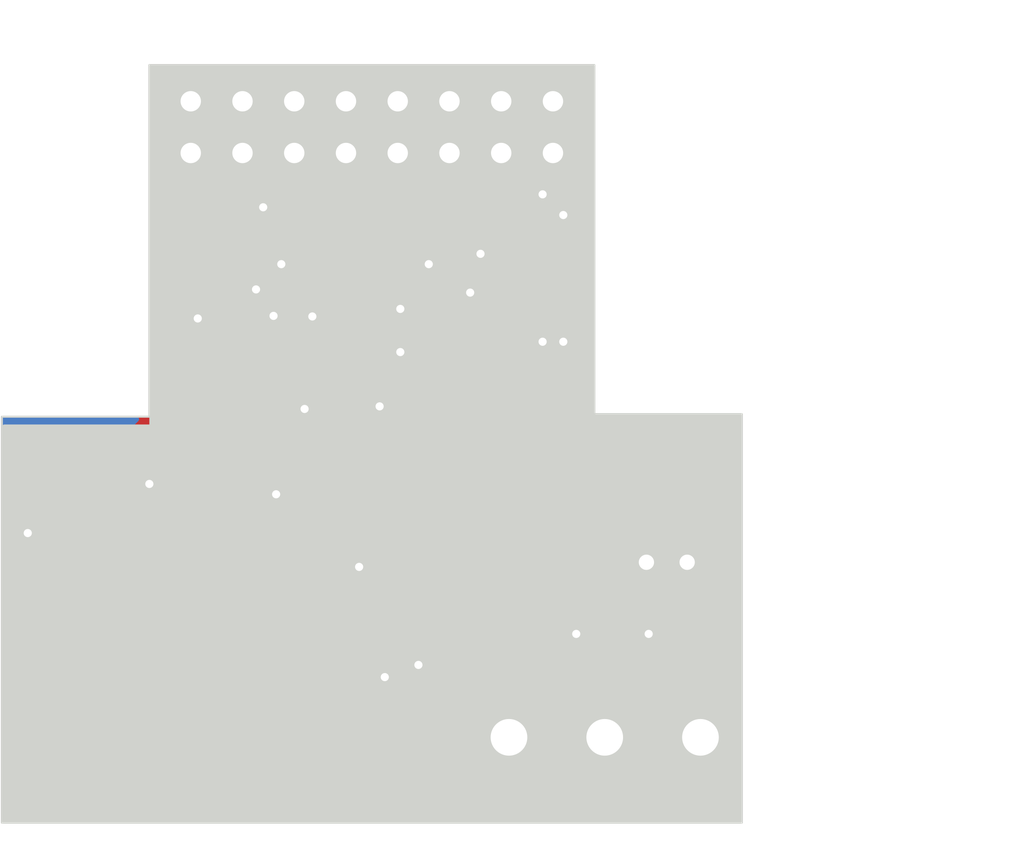
<source format=kicad_pcb>
(kicad_pcb (version 20240108) (generator "pcbnew") (generator_version "8.0")
  (layers (0 "F.Cu" signal) (31 "B.Cu" signal) (34 "B.Paste" user) (35 "F.Paste" user) (36 "B.SilkS" user "B.Silkscreen") (37 "F.SilkS" user "F.Silkscreen") (38 "B.Mask" user) (39 "F.Mask" user) (44 "Edge.Cuts" user))
  (net 0 "")
  (net 1 "+5V")
  (net 2 "+BATT")
  (net 3 "GND")
  (net 4 "Net-(D1-A)")
  (net 5 "/STAT")
  (net 6 "PWM4")
  (net 7 "Motor1_A")
  (net 8 "PWM1")
  (net 9 "BATT_ADC")
  (net 10 "Motor2_A")
  (net 11 "PWM3")
  (net 12 "Motor2_B")
  (net 13 "RESV")
  (net 14 "PWM2")
  (net 15 "Motor1_B")
  (net 16 "Net-(J2-Pin_1)")
  (net 17 "Net-(JP2-B)")
  (net 18 "Net-(JP5-B)")
  (net 19 "Net-(JP13-A)")
  (net 20 "Net-(JP8-B)")
  (net 21 "Net-(JP11-B)")
  (net 22 "Net-(U1-PROG)")
  (footprint "Capacitor_SMD:C_0402_1005Metric" (layer "F.Cu") (at 141.743 52.263 180)
    (property "Reference" "C3" (at 0 -1.16 180) (layer "F.SilkS"))
    (property "Value" "100nF")
    (pad "1" smd roundrect (at -0.48 0 180) (size 0.56 0.62) (layers "F.Cu" "F.Paste" "F.Mask") (net 2 "+BATT"))
    (pad "2" smd roundrect (at 0.48 0 180) (size 0.56 0.62) (layers "F.Cu" "F.Paste" "F.Mask") (net 3 "GND"))
  )
  (footprint "Resistor_SMD:R_0603_1608Metric" (layer "F.Cu") (at 148.019 60.579)
    (property "Reference" "R3" (at -2.4268 0.127 0) (layer "F.SilkS"))
    (property "Value" "6.8k")
    (pad "1" smd roundrect (at -0.825 0) (size 0.8 0.95) (layers "F.Cu" "F.Paste" "F.Mask") (net 3 "GND"))
    (pad "2" smd roundrect (at 0.825 0) (size 0.8 0.95) (layers "F.Cu" "F.Paste" "F.Mask") (net 22 "Net-(U1-PROG)"))
  )
  (footprint "TestPoint:TestPoint_Keystone_5019_Minature" (layer "F.Cu") (at 157.491 59.979)
    (property "Reference" "PWM2" (at 0 2.032 0) (layer "F.SilkS"))
    (property "Value" "TestPoint")
    (pad "1" smd rect (at 0 0) (size 3.8 2) (layers "F.Cu" "F.Paste" "F.Mask") (net 14 "PWM2"))
  )
  (footprint "TestPoint:TestPoint_Keystone_5019_Minature" (layer "F.Cu") (at 141.743 56.962)
    (property "Reference" "PWM3" (at 0 -2.25 0) (layer "F.SilkS"))
    (property "Value" "TestPoint")
    (pad "1" smd rect (at 0 0) (size 3.8 2) (layers "F.Cu" "F.Paste" "F.Mask") (net 11 "PWM3"))
  )
  (footprint "Resistor_SMD:R_0603_1608Metric" (layer "F.Cu") (at 154.6336 68.326)
    (property "Reference" "R8" (at 0 1.4732 0) (layer "F.SilkS"))
    (property "Value" "1.2k")
    (pad "1" smd roundrect (at -0.825 0) (size 0.8 0.95) (layers "F.Cu" "F.Paste" "F.Mask") (net 20 "Net-(JP8-B)"))
    (pad "2" smd roundrect (at 0.825 0) (size 0.8 0.95) (layers "F.Cu" "F.Paste" "F.Mask") (net 2 "+BATT"))
  )
  (footprint "Connector_JST:JST_PH_S2B-PH-K_1x02_P2.00mm_Horizontal" (layer "F.Cu") (at 165.084 65.315 180)
    (property "Reference" "J2" (at 5.445 0.037 180) (layer "F.SilkS"))
    (property "Value" "Conn_01x02_Pin")
    (pad "1" thru_hole roundrect (at 0 0 180) (size 1.2 1.75) (drill 0.75) (layers "*.Cu" "*.Mask") (roundrect_rratio 0.2083333333) (net 16 "Net-(J2-Pin_1)"))
    (pad "2" thru_hole oval (at 2 0 180) (size 1.2 1.75) (drill 0.75) (layers "*.Cu" "*.Mask") (net 3 "GND"))
  )
  (footprint "Jumper:SolderJumper-2_P1.3mm_Open_TrianglePad1.0x1.5mm" (layer "F.Cu") (at 151.5242 59.436 180)
    (property "Reference" "JP2" (at 0.0392 1.778 180) (layer "F.SilkS"))
    (property "Value" "Jumper_2_Open")
    (pad "1" smd custom (at -0.725 0 180) (size 0.3 0.3) (layers "F.Cu" "F.Mask") (net 3 "GND") (options (clearance outline) (anchor rect)) (primitives (gr_poly (pts (xy 1 0) (xy 0.5 0.75) (xy -0.5 0.75) (xy -0.5 -0.75) (xy 0.5 -0.75)) (width 0) (fill yes))))
    (pad "2" smd custom (at 0.725 0 180) (size 0.3 0.3) (layers "F.Cu" "F.Mask") (net 17 "Net-(JP2-B)") (options (clearance outline) (anchor rect)) (primitives (gr_poly (pts (xy 0.5 0.75) (xy -0.65 0.75) (xy -0.15 0) (xy -0.65 -0.75) (xy 0.5 -0.75)) (width 0) (fill yes))))
  )
  (footprint "Jumper:SolderJumper-2_P1.3mm_Bridged2Bar_RoundedPad1.0x1.5mm" (layer "F.Cu") (at 146.939 55.26 90)
    (property "Reference" "JP13" (at 0 -1.8 -90) (layer "F.SilkS"))
    (property "Value" "Jumper_2_Bridged")
    (fp_poly (pts (xy -0.25 -0.6) (xy 0.25 -0.6) (xy 0.25 -0.2) (xy -0.25 -0.2)) (fill solid) (layer "F.Cu"))
    (fp_poly (pts (xy -0.25 0.2) (xy 0.25 0.2) (xy 0.25 0.6) (xy -0.25 0.6)) (fill solid) (layer "F.Cu"))
    (pad "1" smd custom (at -0.65 0 90) (size 1 0.5) (layers "F.Cu" "F.Mask") (net 19 "Net-(JP13-A)") (options (clearance outline) (anchor rect)) (primitives (gr_circle (center 0 0.25) (end 0.5 0.25) (width 0) (fill yes)) (gr_circle (center 0 -0.25) (end 0.5 -0.25) (width 0) (fill yes)) (gr_poly (pts (xy 0.5 0.75) (xy 0 0.75) (xy 0 -0.75) (xy 0.5 -0.75)) (width 0) (fill yes))))
    (pad "2" smd custom (at 0.65 0 90) (size 1 0.5) (layers "F.Cu" "F.Mask") (net 4 "Net-(D1-A)") (options (clearance outline) (anchor rect)) (primitives (gr_circle (center 0 0.25) (end 0.5 0.25) (width 0) (fill yes)) (gr_circle (center 0 -0.25) (end 0.5 -0.25) (width 0) (fill yes)) (gr_poly (pts (xy 0 0.75) (xy -0.5 0.75) (xy -0.5 -0.75) (xy 0 -0.75)) (width 0) (fill yes))))
  )
  (footprint "Capacitor_SMD:C_0402_1005Metric" (layer "F.Cu") (at 157.336 52.263 180)
    (property "Reference" "C4" (at -0.028 -1.143 180) (layer "F.SilkS"))
    (property "Value" "100nF")
    (pad "1" smd roundrect (at -0.48 0 180) (size 0.56 0.62) (layers "F.Cu" "F.Paste" "F.Mask") (net 2 "+BATT"))
    (pad "2" smd roundrect (at 0.48 0 180) (size 0.56 0.62) (layers "F.Cu" "F.Paste" "F.Mask") (net 3 "GND"))
  )
  (footprint "Capacitor_SMD:C_0402_1005Metric" (layer "F.Cu") (at 149.363 55.946 180)
    (property "Reference" "C2" (at 0 -1.16 180) (layer "F.SilkS"))
    (property "Value" "4.7µF")
    (pad "1" smd roundrect (at -0.48 0 180) (size 0.56 0.62) (layers "F.Cu" "F.Paste" "F.Mask") (net 1 "+5V"))
    (pad "2" smd roundrect (at 0.48 0 180) (size 0.56 0.62) (layers "F.Cu" "F.Paste" "F.Mask") (net 3 "GND"))
  )
  (footprint "Jumper:SolderJumper-2_P1.3mm_Open_TrianglePad1.0x1.5mm" (layer "F.Cu") (at 151.5226 63.5)
    (property "Reference" "JP5" (at 2.921 0 0) (layer "F.SilkS"))
    (property "Value" "Jumper_2_Open")
    (pad "1" smd custom (at -0.725 0) (size 0.3 0.3) (layers "F.Cu" "F.Mask") (net 19 "Net-(JP13-A)") (options (clearance outline) (anchor rect)) (primitives (gr_poly (pts (xy 1 0) (xy 0.5 0.75) (xy -0.5 0.75) (xy -0.5 -0.75) (xy 0.5 -0.75)) (width 0) (fill yes))))
    (pad "2" smd custom (at 0.725 0) (size 0.3 0.3) (layers "F.Cu" "F.Mask") (net 18 "Net-(JP5-B)") (options (clearance outline) (anchor rect)) (primitives (gr_poly (pts (xy 0.5 0.75) (xy -0.65 0.75) (xy -0.15 0) (xy -0.65 -0.75) (xy 0.5 -0.75)) (width 0) (fill yes))))
  )
  (footprint "Resistor_SMD:R_0603_1608Metric" (layer "F.Cu") (at 148.1566 68.326)
    (property "Reference" "R11" (at 0 1.3716 0) (layer "F.SilkS"))
    (property "Value" "3k")
    (pad "1" smd roundrect (at -0.825 0) (size 0.8 0.95) (layers "F.Cu" "F.Paste" "F.Mask") (net 21 "Net-(JP11-B)"))
    (pad "2" smd roundrect (at 0.825 0) (size 0.8 0.95) (layers "F.Cu" "F.Paste" "F.Mask") (net 9 "BATT_ADC"))
  )
  (footprint "Package_SON:WSON-8-1EP_2x2mm_P0.5mm_EP0.9x1.6mm" (layer "F.Cu") (at 141.682 50.504)
    (property "Reference" "Motor_1" (at 0.38 -1.9 0) (layer "F.SilkS"))
    (property "Value" "DRV8837")
    (pad "1" smd roundrect (at -0.95 -0.75) (size 0.5 0.25) (layers "F.Cu" "F.Paste" "F.Mask") (net 2 "+BATT"))
    (pad "2" smd roundrect (at -0.95 -0.25) (size 0.5 0.25) (layers "F.Cu" "F.Paste" "F.Mask") (net 7 "Motor1_A"))
    (pad "3" smd roundrect (at -0.95 0.25) (size 0.5 0.25) (layers "F.Cu" "F.Paste" "F.Mask") (net 15 "Motor1_B"))
    (pad "4" smd roundrect (at -0.95 0.75) (size 0.5 0.25) (layers "F.Cu" "F.Paste" "F.Mask") (net 3 "GND"))
    (pad "5" smd roundrect (at 0.95 0.75) (size 0.5 0.25) (layers "F.Cu" "F.Paste" "F.Mask") (net 6 "PWM4"))
    (pad "6" smd roundrect (at 0.95 0.25) (size 0.5 0.25) (layers "F.Cu" "F.Paste" "F.Mask") (net 11 "PWM3"))
    (pad "7" smd roundrect (at 0.95 -0.25) (size 0.5 0.25) (layers "F.Cu" "F.Paste" "F.Mask") (net 2 "+BATT"))
    (pad "8" smd roundrect (at 0.95 -0.75) (size 0.5 0.25) (layers "F.Cu" "F.Paste" "F.Mask") (net 2 "+BATT"))
    (pad "9" smd rect (at 0 0) (size 0.9 1.6) (layers "F.Cu" "F.Mask") (net 3 "GND"))
  )
  (footprint "TestPoint:TestPoint_Keystone_5019_Minature" (layer "F.Cu") (at 135.382 73.406)
    (property "Reference" "Motor2_B1" (at 0 2.159 0) (layer "F.SilkS"))
    (property "Value" "TestPoint")
    (pad "1" smd rect (at 0 0) (size 3.8 2) (layers "F.Cu" "F.Paste" "F.Mask") (net 12 "Motor2_B"))
  )
  (footprint "Jumper:SolderJumper-2_P1.3mm_Open_TrianglePad1.0x1.5mm" (layer "F.Cu") (at 144.944 67.818)
    (property "Reference" "JP11" (at 0 -1.8 0) (layer "F.SilkS"))
    (property "Value" "Jumper_2_Open")
    (pad "1" smd custom (at -0.725 0) (size 0.3 0.3) (layers "F.Cu" "F.Mask") (net 3 "GND") (options (clearance outline) (anchor rect)) (primitives (gr_poly (pts (xy 1 0) (xy 0.5 0.75) (xy -0.5 0.75) (xy -0.5 -0.75) (xy 0.5 -0.75)) (width 0) (fill yes))))
    (pad "2" smd custom (at 0.725 0) (size 0.3 0.3) (layers "F.Cu" "F.Mask") (net 21 "Net-(JP11-B)") (options (clearance outline) (anchor rect)) (primitives (gr_poly (pts (xy 0.5 0.75) (xy -0.65 0.75) (xy -0.15 0) (xy -0.65 -0.75) (xy 0.5 -0.75)) (width 0) (fill yes))))
  )
  (footprint "Package_TO_SOT_SMD:SOT-23-5" (layer "F.Cu") (at 149.4845 51.054)
    (property "Reference" "U1" (at 0 -2.4 0) (layer "F.SilkS"))
    (property "Value" "MCP73831-2-OT")
    (pad "1" smd roundrect (at -1.1375 -0.95) (size 1.325 0.6) (layers "F.Cu" "F.Paste" "F.Mask") (net 5 "/STAT"))
    (pad "2" smd roundrect (at -1.1375 0) (size 1.325 0.6) (layers "F.Cu" "F.Paste" "F.Mask") (net 3 "GND"))
    (pad "3" smd roundrect (at -1.1375 0.95) (size 1.325 0.6) (layers "F.Cu" "F.Paste" "F.Mask") (net 2 "+BATT"))
    (pad "4" smd roundrect (at 1.1375 0.95) (size 1.325 0.6) (layers "F.Cu" "F.Paste" "F.Mask") (net 1 "+5V"))
    (pad "5" smd roundrect (at 1.1375 -0.95) (size 1.325 0.6) (layers "F.Cu" "F.Paste" "F.Mask") (net 22 "Net-(U1-PROG)"))
  )
  (footprint "Resistor_SMD:R_0603_1608Metric" (layer "F.Cu") (at 148.019 58.928 180)
    (property "Reference" "R2" (at 2.4268 0 180) (layer "F.SilkS"))
    (property "Value" "6.8k")
    (pad "1" smd roundrect (at -0.825 0 180) (size 0.8 0.95) (layers "F.Cu" "F.Paste" "F.Mask") (net 17 "Net-(JP2-B)"))
    (pad "2" smd roundrect (at 0.825 0 180) (size 0.8 0.95) (layers "F.Cu" "F.Paste" "F.Mask") (net 22 "Net-(U1-PROG)"))
  )
  (footprint "Jumper:SolderJumper-2_P1.3mm_Bridged2Bar_RoundedPad1.0x1.5mm" (layer "F.Cu") (at 165.735 68.834)
    (property "Reference" "JP1" (at -2.921 -0.254 360) (layer "F.SilkS"))
    (property "Value" "Jumper_2_Bridged")
    (fp_poly (pts (xy -0.25 -0.6) (xy 0.25 -0.6) (xy 0.25 -0.2) (xy -0.25 -0.2)) (fill solid) (layer "F.Cu"))
    (fp_poly (pts (xy -0.25 0.2) (xy 0.25 0.2) (xy 0.25 0.6) (xy -0.25 0.6)) (fill solid) (layer "F.Cu"))
    (pad "1" smd custom (at -0.65 0) (size 1 0.5) (layers "F.Cu" "F.Mask") (net 2 "+BATT") (options (clearance outline) (anchor rect)) (primitives (gr_circle (center 0 0.25) (end 0.5 0.25) (width 0) (fill yes)) (gr_circle (center 0 -0.25) (end 0.5 -0.25) (width 0) (fill yes)) (gr_poly (pts (xy 0.5 0.75) (xy 0 0.75) (xy 0 -0.75) (xy 0.5 -0.75)) (width 0) (fill yes))))
    (pad "2" smd custom (at 0.65 0) (size 1 0.5) (layers "F.Cu" "F.Mask") (net 2 "+BATT") (options (clearance outline) (anchor rect)) (primitives (gr_circle (center 0 0.25) (end 0.5 0.25) (width 0) (fill yes)) (gr_circle (center 0 -0.25) (end 0.5 -0.25) (width 0) (fill yes)) (gr_poly (pts (xy 0 0.75) (xy -0.5 0.75) (xy -0.5 -0.75) (xy 0 -0.75)) (width 0) (fill yes))))
  )
  (footprint "Resistor_SMD:R_0402_1005Metric" (layer "F.Cu") (at 147.918 64.008 180)
    (property "Reference" "R5" (at 2.032 -0.127 180) (layer "F.SilkS"))
    (property "Value" "470")
    (pad "1" smd roundrect (at -0.51 0 180) (size 0.54 0.64) (layers "F.Cu" "F.Paste" "F.Mask") (net 18 "Net-(JP5-B)"))
    (pad "2" smd roundrect (at 0.51 0 180) (size 0.54 0.64) (layers "F.Cu" "F.Paste" "F.Mask") (net 1 "+5V"))
  )
  (footprint "TestPoint:TestPoint_Keystone_5019_Minature" (layer "F.Cu") (at 141.743 59.883)
    (property "Reference" "PWM4" (at 0 2.159 0) (layer "F.SilkS"))
    (property "Value" "TestPoint")
    (pad "1" smd rect (at 0 0) (size 3.8 2) (layers "F.Cu" "F.Paste" "F.Mask") (net 6 "PWM4"))
  )
  (footprint "TestPoint:TestPoint_Keystone_5019_Minature" (layer "F.Cu") (at 135.382 70.231)
    (property "Reference" "Motor_2A1" (at 0 -2.159 0) (layer "F.SilkS"))
    (property "Value" "TestPoint")
    (pad "1" smd rect (at 0 0) (size 3.8 2) (layers "F.Cu" "F.Paste" "F.Mask") (net 10 "Motor2_A"))
  )
  (footprint "TestPoint:TestPoint_Keystone_5019_Minature" (layer "F.Cu") (at 157.491 56.962)
    (property "Reference" "PWM1" (at 0 -2.25 0) (layer "F.SilkS"))
    (property "Value" "TestPoint")
    (pad "1" smd rect (at 0 0) (size 3.8 2) (layers "F.Cu" "F.Paste" "F.Mask") (net 8 "PWM1"))
  )
  (footprint "TestPoint:TestPoint_Keystone_5019_Minature" (layer "F.Cu") (at 135.382 64.516 180)
    (property "Reference" "Motor_1B1" (at 0 -2.032 180) (layer "F.SilkS"))
    (property "Value" "TestPoint")
    (pad "1" smd rect (at 0 0 180) (size 3.8 2) (layers "F.Cu" "F.Paste" "F.Mask") (net 15 "Motor1_B"))
  )
  (footprint "Resistor_SMD:R_0402_1005Metric" (layer "F.Cu") (at 147.918 62.738 180)
    (property "Reference" "R4" (at 2.032 0 180) (layer "F.SilkS"))
    (property "Value" "470")
    (pad "1" smd roundrect (at -0.51 0 180) (size 0.54 0.64) (layers "F.Cu" "F.Paste" "F.Mask") (net 19 "Net-(JP13-A)"))
    (pad "2" smd roundrect (at 0.51 0 180) (size 0.54 0.64) (layers "F.Cu" "F.Paste" "F.Mask") (net 1 "+5V"))
  )
  (footprint "Resistor_SMD:R_0603_1608Metric" (layer "F.Cu") (at 154.6336 66.8528)
    (property "Reference" "R7" (at 0 -1.43 0) (layer "F.SilkS"))
    (property "Value" "1.2k")
    (pad "1" smd roundrect (at -0.825 0) (size 0.8 0.95) (layers "F.Cu" "F.Paste" "F.Mask") (net 9 "BATT_ADC"))
    (pad "2" smd roundrect (at 0.825 0) (size 0.8 0.95) (layers "F.Cu" "F.Paste" "F.Mask") (net 2 "+BATT"))
  )
  (footprint "Custom Footprints:SW-TH_SS-12D10L5" (layer "F.Cu") (at 161.037 73.914)
    (property "Reference" "SW1" (at 0.253 -4.064 0) (layer "F.SilkS"))
    (property "Value" "SW_SPDT_312")
    (pad "1" thru_hole circle (at -4.7 0) (size 2.5 2.5) (drill 1.8) (layers "*.Cu" "*.Mask") (net 16 "Net-(J2-Pin_1)"))
    (pad "2" thru_hole circle (at 0 0) (size 2.5 2.5) (drill 1.8) (layers "*.Cu" "*.Mask") (net 3 "GND"))
    (pad "3" thru_hole circle (at 4.7 0) (size 2.5 2.5) (drill 1.8) (layers "*.Cu" "*.Mask") (net 2 "+BATT"))
  )
  (footprint "Capacitor_SMD:C_0402_1005Metric" (layer "F.Cu") (at 149.363 54.803)
    (property "Reference" "C1" (at 0 -1.16 0) (layer "F.SilkS"))
    (property "Value" "4.7µF")
    (pad "1" smd roundrect (at -0.48 0) (size 0.56 0.62) (layers "F.Cu" "F.Paste" "F.Mask") (net 2 "+BATT"))
    (pad "2" smd roundrect (at 0.48 0) (size 0.56 0.62) (layers "F.Cu" "F.Paste" "F.Mask") (net 3 "GND"))
  )
  (footprint "TestPoint:TestPoint_Keystone_5019_Minature" (layer "F.Cu") (at 142.24 73.66)
    (property "Reference" "GND1" (at 0 2.286 0) (layer "F.SilkS"))
    (property "Value" "TestPoint")
    (pad "1" smd rect (at 0 0) (size 3.8 2) (layers "F.Cu" "F.Paste" "F.Mask") (net 3 "GND"))
  )
  (footprint "Jumper:SolderJumper-2_P1.3mm_Open_TrianglePad1.0x1.5mm" (layer "F.Cu") (at 151.421 67.818)
    (property "Reference" "JP8" (at 0 -1.8 0) (layer "F.SilkS"))
    (property "Value" "Jumper_2_Open")
    (pad "1" smd custom (at -0.725 0) (size 0.3 0.3) (layers "F.Cu" "F.Mask") (net 9 "BATT_ADC") (options (clearance outline) (anchor rect)) (primitives (gr_poly (pts (xy 1 0) (xy 0.5 0.75) (xy -0.5 0.75) (xy -0.5 -0.75) (xy 0.5 -0.75)) (width 0) (fill yes))))
    (pad "2" smd custom (at 0.725 0) (size 0.3 0.3) (layers "F.Cu" "F.Mask") (net 20 "Net-(JP8-B)") (options (clearance outline) (anchor rect)) (primitives (gr_poly (pts (xy 0.5 0.75) (xy -0.65 0.75) (xy -0.15 0) (xy -0.65 -0.75) (xy 0.5 -0.75)) (width 0) (fill yes))))
  )
  (footprint "TestPoint:TestPoint_Keystone_5019_Minature" (layer "F.Cu") (at 141.351 64.389)
    (property "Reference" "+5V1" (at -0.254 2.286 0) (layer "F.SilkS"))
    (property "Value" "TestPoint")
    (pad "1" smd rect (at 0 0) (size 3.8 2) (layers "F.Cu" "F.Paste" "F.Mask") (net 1 "+5V"))
  )
  (footprint "Resistor_SMD:R_0603_1608Metric" (layer "F.Cu") (at 148.1566 66.8528)
    (property "Reference" "R10" (at 0 -1.43 0) (layer "F.SilkS"))
    (property "Value" "3k")
    (pad "1" smd roundrect (at -0.825 0) (size 0.8 0.95) (layers "F.Cu" "F.Paste" "F.Mask") (net 3 "GND"))
    (pad "2" smd roundrect (at 0.825 0) (size 0.8 0.95) (layers "F.Cu" "F.Paste" "F.Mask") (net 9 "BATT_ADC"))
  )
  (footprint "Package_SON:WSON-8-1EP_2x2mm_P0.5mm_EP0.9x1.6mm" (layer "F.Cu") (at 157.237 50.504)
    (property "Reference" "Motor_2" (at 0.38 -1.9 0) (layer "F.SilkS"))
    (property "Value" "DRV8837")
    (pad "1" smd roundrect (at -0.95 -0.75) (size 0.5 0.25) (layers "F.Cu" "F.Paste" "F.Mask") (net 2 "+BATT"))
    (pad "2" smd roundrect (at -0.95 -0.25) (size 0.5 0.25) (layers "F.Cu" "F.Paste" "F.Mask") (net 10 "Motor2_A"))
    (pad "3" smd roundrect (at -0.95 0.25) (size 0.5 0.25) (layers "F.Cu" "F.Paste" "F.Mask") (net 12 "Motor2_B"))
    (pad "4" smd roundrect (at -0.95 0.75) (size 0.5 0.25) (layers "F.Cu" "F.Paste" "F.Mask") (net 3 "GND"))
    (pad "5" smd roundrect (at 0.95 0.75) (size 0.5 0.25) (layers "F.Cu" "F.Paste" "F.Mask") (net 14 "PWM2"))
    (pad "6" smd roundrect (at 0.95 0.25) (size 0.5 0.25) (layers "F.Cu" "F.Paste" "F.Mask") (net 8 "PWM1"))
    (pad "7" smd roundrect (at 0.95 -0.25) (size 0.5 0.25) (layers "F.Cu" "F.Paste" "F.Mask") (net 2 "+BATT"))
    (pad "8" smd roundrect (at 0.95 -0.75) (size 0.5 0.25) (layers "F.Cu" "F.Paste" "F.Mask") (net 2 "+BATT"))
    (pad "9" smd rect (at 0 0) (size 0.9 1.6) (layers "F.Cu" "F.Mask") (net 3 "GND"))
  )
  (footprint "TestPoint:TestPoint_Keystone_5019_Minature" (layer "F.Cu") (at 149.606 73.66)
    (property "Reference" "+BATT1" (at -0.127 2.413 0) (layer "F.SilkS"))
    (property "Value" "TestPoint")
    (pad "1" smd rect (at 0 0) (size 3.8 2) (layers "F.Cu" "F.Paste" "F.Mask") (net 2 "+BATT"))
  )
  (footprint "LED_SMD:LED_0603_1608Metric" (layer "F.Cu") (at 146.431 50.0635 -90)
    (property "Reference" "D1" (at -0.3405 1.5185 90) (layer "F.SilkS"))
    (property "Value" "LED")
    (pad "1" smd roundrect (at -0.7875 0 270) (size 0.875 0.95) (layers "F.Cu" "F.Paste" "F.Mask") (net 5 "/STAT"))
    (pad "2" smd roundrect (at 0.7875 0 270) (size 0.875 0.95) (layers "F.Cu" "F.Paste" "F.Mask") (net 4 "Net-(D1-A)"))
  )
  (footprint "TestPoint:TestPoint_Keystone_5019_Minature" (layer "F.Cu") (at 135.382 61.595 180)
    (property "Reference" "Motor_1A1" (at 0 2.032 180) (layer "F.SilkS"))
    (property "Value" "TestPoint")
    (pad "1" smd rect (at 0 0 180) (size 3.8 2) (layers "F.Cu" "F.Paste" "F.Mask") (net 7 "Motor1_A"))
  )
  (footprint "Connector_PinHeader_2.54mm:PinHeader_2x08_P2.54mm_Vertical" (layer "B.Cu") (at 158.496 45.212 90)
    (property "Reference" "J1" (at -1.905 -9.017 180) (layer "F.SilkS"))
    (property "Value" "Conn_01x16_Pin")
    (pad "1" thru_hole rect (at 0 0 90) (size 1.7 1.7) (drill 1) (layers "*.Cu" "*.Mask") (net 10 "Motor2_A"))
    (pad "2" thru_hole oval (at 2.54 0 90) (size 1.7 1.7) (drill 1) (layers "*.Cu" "*.Mask") (net 8 "PWM1"))
    (pad "3" thru_hole oval (at 0 -2.54 90) (size 1.7 1.7) (drill 1) (layers "*.Cu" "*.Mask") (net 12 "Motor2_B"))
    (pad "4" thru_hole oval (at 2.54 -2.54 90) (size 1.7 1.7) (drill 1) (layers "*.Cu" "*.Mask") (net 14 "PWM2"))
    (pad "5" thru_hole oval (at 0 -5.08 90) (size 1.7 1.7) (drill 1) (layers "*.Cu" "*.Mask") (net 3 "GND"))
    (pad "6" thru_hole oval (at 2.54 -5.08 90) (size 1.7 1.7) (drill 1) (layers "*.Cu" "*.Mask") (net 3 "GND"))
    (pad "7" thru_hole oval (at 0 -7.62 90) (size 1.7 1.7) (drill 1) (layers "*.Cu" "*.Mask") (net 2 "+BATT"))
    (pad "8" thru_hole oval (at 2.54 -7.62 90) (size 1.7 1.7) (drill 1) (layers "*.Cu" "*.Mask") (net 2 "+BATT"))
    (pad "9" thru_hole oval (at 0 -10.16 90) (size 1.7 1.7) (drill 1) (layers "*.Cu" "*.Mask") (net 13 "RESV"))
    (pad "10" thru_hole oval (at 2.54 -10.16 90) (size 1.7 1.7) (drill 1) (layers "*.Cu" "*.Mask") (net 9 "BATT_ADC"))
    (pad "11" thru_hole oval (at 0 -12.7 90) (size 1.7 1.7) (drill 1) (layers "*.Cu" "*.Mask") (net 1 "+5V"))
    (pad "12" thru_hole oval (at 2.54 -12.7 90) (size 1.7 1.7) (drill 1) (layers "*.Cu" "*.Mask") (net 1 "+5V"))
    (pad "13" thru_hole oval (at 0 -15.24 90) (size 1.7 1.7) (drill 1) (layers "*.Cu" "*.Mask") (net 7 "Motor1_A"))
    (pad "14" thru_hole oval (at 2.54 -15.24 90) (size 1.7 1.7) (drill 1) (layers "*.Cu" "*.Mask") (net 11 "PWM3"))
    (pad "15" thru_hole oval (at 0 -17.78 90) (size 1.7 1.7) (drill 1) (layers "*.Cu" "*.Mask") (net 15 "Motor1_B"))
    (pad "16" thru_hole oval (at 2.54 -17.78 90) (size 1.7 1.7) (drill 1) (layers "*.Cu" "*.Mask") (net 6 "PWM4"))
  )
  (gr_poly (pts (xy 138.684 40.894) (xy 160.528 40.894) (xy 160.528 58.039) (xy 167.767 58.039) (xy 167.767 78.105) (xy 131.445 78.105) (xy 131.445 58.166) (xy 138.684 58.166)) (stroke (width 0.1)) (fill none) (layer "Edge.Cuts"))
  (segment (start 148.463 47.879) (end 145.796 45.212) (width 0.5) (layer "F.Cu") (net 1))
  (segment (start 145.796 42.672) (end 145.796 45.212) (width 0.5) (layer "F.Cu") (net 1))
  (segment (start 150.622 52.004) (end 152.593 52.004) (width 0.5) (layer "F.Cu") (net 1))
  (segment (start 147.066 57.023) (end 146.304 57.785) (width 0.5) (layer "F.Cu") (net 1))
  (segment (start 149.843 55.946) (end 150.048 55.946) (width 0.5) (layer "F.Cu") (net 1))
  (segment (start 151.003 52.871) (end 151.003 52.385) (width 0.5) (layer "F.Cu") (net 1))
  (segment (start 150.048 55.946) (end 151.003 54.991) (width 0.5) (layer "F.Cu") (net 1))
  (segment (start 141.732 64.008) (end 141.351 64.389) (width 0.5) (layer "F.Cu") (net 1))
  (segment (start 144.907 61.976) (end 144.907 64.008) (width 0.5) (layer "F.Cu") (net 1))
  (segment (start 149.843 56.255999) (end 149.075999 57.023) (width 0.5) (layer "F.Cu") (net 1))
  (segment (start 149.843 55.946) (end 149.843 56.255999) (width 0.5) (layer "F.Cu") (net 1))
  (segment (start 147.408 64.008) (end 144.907 64.008) (width 0.5) (layer "F.Cu") (net 1))
  (segment (start 153.543 49.276) (end 152.146 47.879) (width 0.5) (layer "F.Cu") (net 1))
  (segment (start 144.907 64.008) (end 141.732 64.008) (width 0.5) (layer "F.Cu") (net 1))
  (segment (start 145.796 42.672) (end 145.542 42.926) (width 0.5) (layer "F.Cu") (net 1))
  (segment (start 153.543 51.054) (end 153.543 49.276) (width 0.5) (layer "F.Cu") (net 1))
  (segment (start 152.593 52.004) (end 153.543 51.054) (width 0.5) (layer "F.Cu") (net 1))
  (segment (start 149.075999 57.023) (end 147.066 57.023) (width 0.5) (layer "F.Cu") (net 1))
  (segment (start 152.146 47.879) (end 148.463 47.879) (width 0.5) (layer "F.Cu") (net 1))
  (segment (start 147.408 62.738) (end 147.408 64.008) (width 0.5) (layer "F.Cu") (net 1))
  (segment (start 151.003 52.385) (end 150.622 52.004) (width 0.5) (layer "F.Cu") (net 1))
  (via (at 146.304 57.785) (size 0.8) (drill 0.4) (layers "F.Cu" "B.Cu") (net 1))
  (via (at 144.907 61.976) (size 0.8) (drill 0.4) (layers "F.Cu" "B.Cu") (net 1))
  (via (at 151.003 54.991) (size 0.8) (drill 0.4) (layers "F.Cu" "B.Cu") (net 1))
  (via (at 151.003 52.871) (size 0.8) (drill 0.4) (layers "F.Cu" "B.Cu") (net 1))
  (segment (start 146.304 57.785) (end 146.304 60.579) (width 0.5) (layer "B.Cu") (net 1))
  (segment (start 151.003 54.991) (end 151.003 52.871) (width 0.5) (layer "B.Cu") (net 1))
  (segment (start 146.304 60.579) (end 144.907 61.976) (width 0.5) (layer "B.Cu") (net 1))
  (segment (start 144.77055 52.18755) (end 144.974909 52.391909) (width 0.5) (layer "F.Cu") (net 2))
  (segment (start 142.632 49.644) (end 142.632 49.754) (width 0.25) (layer "F.Cu") (net 2))
  (segment (start 140.907 49.379) (end 142.367 49.379) (width 0.25) (layer "F.Cu") (net 2))
  (segment (start 144.974909 52.391909) (end 145.601091 52.391909) (width 0.5) (layer "F.Cu") (net 2))
  (segment (start 165.085 68.834) (end 163.195 68.834) (width 0.5) (layer "F.Cu") (net 2))
  (segment (start 154.305 55.245) (end 154.051 54.991) (width 0.5) (layer "F.Cu") (net 2))
  (segment (start 142.223 52.572999) (end 142.223 52.263) (width 0.25) (layer "F.Cu") (net 2))
  (segment (start 148.883 54.493001) (end 148.883 54.803) (width 0.5) (layer "F.Cu") (net 2))
  (segment (start 165.737 73.914) (end 166.435 73.216) (width 0.5) (layer "F.Cu") (net 2))
  (segment (start 143.472 50.254) (end 143.51 50.292) (width 0.25) (layer "F.Cu") (net 2))
  (segment (start 154.178 55.372) (end 154.305 55.245) (width 0.5) (layer "F.Cu") (net 2))
  (segment (start 140.732 49.754) (end 140.732 49.554) (width 0.25) (layer "F.Cu") (net 2))
  (segment (start 157.816 52.601518) (end 157.816 52.263) (width 0.5) (layer "F.Cu") (net 2))
  (segment (start 159.639 68.834) (end 155.9666 68.834) (width 0.5) (layer "F.Cu") (net 2))
  (segment (start 165.085 73.262) (end 165.737 73.914) (width 0.5) (layer "F.Cu") (net 2))
  (segment (start 156.587 49.254) (end 154.918 49.254) (width 0.5) (layer "F.Cu") (net 2))
  (segment (start 157.988 54.483) (end 157.988 53.594) (width 0.5) (layer "F.Cu") (net 2))
  (segment (start 155.9666 68.834) (end 155.4586 68.326) (width 0.5) (layer "F.Cu") (net 2))
  (segment (start 158.187 49.754) (end 158.187 50.179) (width 0.5) (layer "F.Cu") (net 2))
  (segment (start 158.187 49.754) (end 158.187 49.554) (width 0.5) (layer "F.Cu") (net 2))
  (segment (start 149.655001 53.721) (end 149.655001 53.312001) (width 0.5) (layer "F.Cu") (net 2))
  (segment (start 156.287 49.554) (end 156.287 49.679) (width 0.5) (layer "F.Cu") (net 2))
  (segment (start 157.887 49.254) (end 157.099 49.254) (width 0.5) (layer "F.Cu") (net 2))
  (segment (start 145.601091 52.391909) (end 147.125091 52.391909) (width 0.5) (layer "F.Cu") (net 2))
  (segment (start 158.187 49.554) (end 157.887 49.254) (width 0.5) (layer "F.Cu") (net 2))
  (segment (start 144.77055 51.55255) (end 144.77055 52.18755) (width 0.5) (layer "F.Cu") (net 2))
  (segment (start 155.4586 68.326) (end 155.4586 66.8528) (width 0.5) (layer "F.Cu") (net 2))
  (segment (start 157.988 53.594) (end 157.405759 53.011759) (width 0.5) (layer "F.Cu") (net 2))
  (segment (start 156.587 49.254) (end 156.287 49.554) (width 0.5) (layer "F.Cu") (net 2))
  (segment (start 155.4586 66.8528) (end 155.4586 63.5106) (width 0.5) (layer "F.Cu") (net 2))
  (segment (start 149.655001 53.312001) (end 148.347 52.004) (width 0.5) (layer "F.Cu") (net 2))
  (segment (start 157.099 49.254) (end 156.587 49.254) (width 0.5) (layer "F.Cu") (net 2))
  (segment (start 155.4586 68.326) (end 150.1246 73.66) (width 0.5) (layer "F.Cu") (net 2))
  (segment (start 141.06 53.34) (end 141.455999 53.34) (width 0.25) (layer "F.Cu") (net 2))
  (segment (start 150.876 42.672) (end 150.876 45.212) (width 0.5) (layer "F.Cu") (net 2))
  (segment (start 144.78 53.213) (end 145.601091 52.391909) (width 0.25) (layer "F.Cu") (net 2))
  (segment (start 147.513 52.004) (end 148.347 52.004) (width 0.5) (layer "F.Cu") (net 2))
  (segment (start 155.4586 63.5106) (end 154.178 62.23) (width 0.5) (layer "F.Cu") (net 2))
  (segment (start 140.732 49.554) (end 140.907 49.379) (width 0.25) (layer "F.Cu") (net 2))
  (segment (start 150.1246 73.66) (end 149.606 73.66) (width 0.5) (layer "F.Cu") (net 2))
  (segment (start 154.305 55.245) (end 155.448 54.102) (width 0.5) (layer "F.Cu") (net 2))
  (segment (start 154.051 54.991) (end 152.781 54.991) (width 0.5) (layer "F.Cu") (net 2))
  (segment (start 157.099 48.133) (end 157.988 47.244) (width 0.5) (layer "F.Cu") (net 2))
  (segment (start 142.632 49.754) (end 142.632 50.254) (width 0.25) (layer "F.Cu") (net 2))
  (segment (start 142.632 50.254) (end 143.472 50.254) (width 0.25) (layer "F.Cu") (net 2))
  (segment (start 154.918 49.254) (end 150.876 45.212) (width 0.5) (layer "F.Cu") (net 2))
  (segment (start 156.315518 54.102) (end 157.405759 53.011759) (width 0.5) (layer "F.Cu") (net 2))
  (segment (start 157.405759 53.011759) (end 157.816 52.601518) (width 0.5) (layer "F.Cu") (net 2))
  (segment (start 142.367 49.379) (end 142.632 49.644) (width 0.25) (layer "F.Cu") (net 2))
  (segment (start 166.385 68.834) (end 165.085 68.834) (width 0.5) (layer "F.Cu") (net 2))
  (segment (start 166.435 73.216) (end 166.435 68.847604) (width 0.5) (layer "F.Cu") (net 2))
  (segment (start 147.125091 52.391909) (end 147.513 52.004) (width 0.5) (layer "F.Cu") (net 2))
  (segment (start 149.655001 53.721) (end 148.883 54.493001) (width 0.5) (layer "F.Cu") (net 2))
  (segment (start 155.448 54.102) (end 156.315518 54.102) (width 0.5) (layer "F.Cu") (net 2))
  (segment (start 152.781 54.991) (end 151.511 53.721) (width 0.5) (layer "F.Cu") (net 2))
  (segment (start 157.099 49.254) (end 157.099 48.133) (width 0.5) (layer "F.Cu") (net 2))
  (segment (start 143.51 50.292) (end 144.77055 51.55255) (width 0.5) (layer "F.Cu") (net 2))
  (segment (start 154.178 62.23) (end 154.178 55.372) (width 0.5) (layer "F.Cu") (net 2))
  (segment (start 141.455999 53.34) (end 142.223 52.572999) (width 0.25) (layer "F.Cu") (net 2))
  (segment (start 151.511 53.721) (end 149.655001 53.721) (width 0.5) (layer "F.Cu") (net 2))
  (via (at 144.78 53.213) (size 0.8) (drill 0.4) (layers "F.Cu" "B.Cu") (net 2))
  (via (at 163.195 68.834) (size 0.8) (drill 0.4) (layers "F.Cu" "B.Cu") (net 2))
  (via (at 141.06 53.34) (size 0.8) (drill 0.4) (layers "F.Cu" "B.Cu") (net 2))
  (via (at 157.988 54.483) (size 0.8) (drill 0.4) (layers "F.Cu" "B.Cu") (net 2))
  (via (at 157.988 47.244) (size 0.8) (drill 0.4) (layers "F.Cu" "B.Cu") (net 2))
  (via (at 159.639 68.834) (size 0.8) (drill 0.4) (layers "F.Cu" "B.Cu") (net 2))
  (segment (start 141.227907 53.172093) (end 144.739093 53.172093) (width 0.25) (layer "B.Cu") (net 2))
  (segment (start 159.190082 47.244) (end 159.893 47.946918) (width 0.5) (layer "B.Cu") (net 2))
  (segment (start 159.893 47.946918) (end 159.893 52.451) (width 0.5) (layer "B.Cu") (net 2))
  (segment (start 158.584 55.333) (end 157.988 54.737) (width 0.5) (layer "B.Cu") (net 2))
  (segment (start 159.893 52.451) (end 159.893 54.796082) (width 0.5) (layer "B.Cu") (net 2))
  (segment (start 163.195 68.834) (end 159.639 68.834) (width 0.5) (layer "B.Cu") (net 2))
  (segment (start 157.988 47.244) (end 159.190082 47.244) (width 0.5) (layer "B.Cu") (net 2))
  (segment (start 159.356082 55.333) (end 158.584 55.333) (width 0.5) (layer "B.Cu") (net 2))
  (segment (start 157.988 54.737) (end 157.988 54.483) (width 0.5) (layer "B.Cu") (net 2))
  (segment (start 159.893 54.796082) (end 159.356082 55.333) (width 0.5) (layer "B.Cu") (net 2))
  (segment (start 141.06 53.34) (end 141.227907 53.172093) (width 0.25) (layer "B.Cu") (net 2))
  (segment (start 144.739093 53.172093) (end 144.78 53.213) (width 0.25) (layer "B.Cu") (net 2))
  (segment (start 146.253 50.673) (end 146.431 50.851) (width 0.5) (layer "F.Cu") (net 4))
  (segment (start 146.939 53.495909) (end 146.685 53.241909) (width 0.5) (layer "F.Cu") (net 4))
  (segment (start 146.939 54.61) (end 146.939 53.495909) (width 0.5) (layer "F.Cu") (net 4))
  (segment (start 145.161 50.673) (end 146.253 50.673) (width 0.5) (layer "F.Cu") (net 4))
  (via (at 146.685 53.241909) (size 0.8) (drill 0.4) (layers "F.Cu" "B.Cu") (net 4))
  (via (at 145.161 50.673) (size 0.8) (drill 0.4) (layers "F.Cu" "B.Cu") (net 4))
  (segment (start 146.685 52.197) (end 145.161 50.673) (width 0.5) (layer "B.Cu") (net 4))
  (segment (start 146.685 53.241909) (end 146.685 52.197) (width 0.5) (layer "B.Cu") (net 4))
  (segment (start 146.431 49.276) (end 147.519 49.276) (width 0.5) (layer "F.Cu") (net 5))
  (segment (start 147.519 49.276) (end 148.347 50.104) (width 0.5) (layer "F.Cu") (net 5))
  (segment (start 140.843 59.883) (end 141.743 59.883) (width 0.25) (layer "F.Cu") (net 6))
  (segment (start 139.573 54.864) (end 139.446 54.991) (width 0.25) (layer "F.Cu") (net 6))
  (segment (start 142.828 53.006) (end 140.97 54.864) (width 0.25) (layer "F.Cu") (net 6))
  (segment (start 142.828 51.45) (end 142.828 53.006) (width 0.25) (layer "F.Cu") (net 6))
  (segment (start 139.446 54.991) (end 139.446 58.486) (width 0.25) (layer "F.Cu") (net 6))
  (segment (start 140.97 54.864) (end 139.573 54.864) (width 0.25) (layer "F.Cu") (net 6))
  (segment (start 139.257 54.548) (end 139.573 54.864) (width 0.25) (layer "F.Cu") (net 6))
  (segment (start 139.257 44.131) (end 139.257 54.548) (width 0.25) (layer "F.Cu") (net 6))
  (segment (start 139.446 58.486) (end 140.843 59.883) (width 0.25) (layer "F.Cu") (net 6))
  (segment (start 140.716 42.672) (end 139.257 44.131) (width 0.25) (layer "F.Cu") (net 6))
  (segment (start 142.632 51.254) (end 142.828 51.45) (width 0.25) (layer "F.Cu") (net 6))
  (segment (start 140.157 48.311) (end 140.157 50.241) (width 0.25) (layer "F.Cu") (net 7))
  (segment (start 140.17 50.254) (end 140.732 50.254) (width 0.25) (layer "F.Cu") (net 7))
  (segment (start 138.557 61.595) (end 135.382 61.595) (width 0.25) (layer "F.Cu") (net 7))
  (segment (start 138.684 61.468) (end 138.557 61.595) (width 0.25) (layer "F.Cu") (net 7))
  (segment (start 140.157 50.241) (end 140.17 50.254) (width 0.25) (layer "F.Cu") (net 7))
  (segment (start 143.256 45.212) (end 140.157 48.311) (width 0.25) (layer "F.Cu") (net 7))
  (via (at 138.684 61.468) (size 0.8) (drill 0.4) (layers "F.Cu" "B.Cu") (net 7))
  (segment (start 143.256 45.212) (end 140.335 48.133) (width 0.25) (layer "B.Cu") (net 7))
  (segment (start 140.335 59.817) (end 138.684 61.468) (width 0.25) (layer "B.Cu") (net 7))
  (segment (start 140.335 48.133) (end 140.335 59.817) (width 0.25) (layer "B.Cu") (net 7))
  (segment (start 158.496 42.672) (end 159.671 43.847) (width 0.25) (layer "F.Cu") (net 8))
  (segment (start 159.671 48.26) (end 159.385 48.26) (width 0.25) (layer "F.Cu") (net 8))
  (segment (start 159.004 54.483) (end 159.004 55.449) (width 0.25) (layer "F.Cu") (net 8))
  (segment (start 159.671 49.56974) (end 158.48674 50.754) (width 0.25) (layer "F.Cu") (net 8))
  (segment (start 158.48674 50.754) (end 158.187 50.754) (width 0.25) (layer "F.Cu") (net 8))
  (segment (start 159.671 48.26) (end 159.671 49.56974) (width 0.25) (layer "F.Cu") (net 8))
  (segment (start 159.671 43.847) (end 159.671 48.26) (width 0.25) (layer "F.Cu") (net 8))
  (segment (start 159.004 55.449) (end 157.491 56.962) (width 0.25) (layer "F.Cu") (net 8))
  (segment (start 159.385 48.26) (end 159.004 48.26) (width 0.25) (layer "F.Cu") (net 8))
  (via (at 159.004 54.483) (size 0.8) (drill 0.4) (layers "F.Cu" "B.Cu") (net 8))
  (via (at 159.004 48.26) (size 0.8) (drill 0.4) (layers "F.Cu" "B.Cu") (net 8))
  (segment (start 159.004 48.26) (end 159.004 54.483) (width 0.25) (layer "B.Cu") (net 8))
  (segment (start 150.188 68.326) (end 150.696 67.818) (width 0.25) (layer "F.Cu") (net 9))
  (segment (start 148.9816 68.326) (end 150.188 68.326) (width 0.25) (layer "F.Cu") (net 9))
  (segment (start 148.9816 68.326) (end 148.9816 66.8528) (width 0.25) (layer "F.Cu") (net 9))
  (segment (start 148.971 65.532) (end 148.9816 65.5426) (width 0.25) (layer "F.Cu") (net 9))
  (segment (start 151.021 66.738) (end 153.6938 66.738) (width 0.25) (layer "F.Cu") (net 9))
  (segment (start 150.696 67.818) (end 150.696 67.063) (width 0.25) (layer "F.Cu") (net 9))
  (segment (start 148.9816 66.8528) (end 148.9816 65.5426) (width 0.25) (layer "F.Cu") (net 9))
  (segment (start 150.696 67.063) (end 151.021 66.738) (width 0.25) (layer "F.Cu") (net 9))
  (segment (start 153.6938 66.738) (end 153.8086 66.8528) (width 0.25) (layer "F.Cu") (net 9))
  (via (at 148.9816 65.5426) (size 0.8) (drill 0.4) (layers "F.Cu" "B.Cu") (net 9))
  (segment (start 149.511 43.847) (end 148.336 42.672) (width 0.25) (layer "B.Cu") (net 9))
  (segment (start 148.9816 46.228101) (end 149.511 45.698701) (width 0.25) (layer "B.Cu") (net 9))
  (segment (start 149.511 45.698701) (end 149.511 43.847) (width 0.25) (layer "B.Cu") (net 9))
  (segment (start 148.9816 65.5426) (end 148.9816 46.228101) (width 0.25) (layer "B.Cu") (net 9))
  (segment (start 135.382 70.231) (end 151.765 70.231) (width 0.25) (layer "F.Cu") (net 10))
  (segment (start 151.765 70.231) (end 151.892 70.358) (width 0.25) (layer "F.Cu") (net 10))
  (segment (start 155.029 50.254) (end 156.287 50.254) (width 0.25) (layer "F.Cu") (net 10))
  (segment (start 154.94 50.165) (end 155.029 50.254) (width 0.25) (layer "F.Cu") (net 10))
  (via (at 151.892 70.358) (size 0.8) (drill 0.4) (layers "F.Cu" "B.Cu") (net 10))
  (via (at 154.94 50.165) (size 0.8) (drill 0.4) (layers "F.Cu" "B.Cu") (net 10))
  (segment (start 155.194 49.911) (end 154.94 50.165) (width 0.25) (layer "B.Cu") (net 10))
  (segment (start 155.157 50.382) (end 154.94 50.165) (width 0.25) (layer "B.Cu") (net 10))
  (segment (start 155.702 46.736) (end 155.702 49.403) (width 0.25) (layer "B.Cu") (net 10))
  (segment (start 158.496 45.212) (end 156.972 46.736) (width 0.25) (layer "B.Cu") (net 10))
  (segment (start 156.972 46.736) (end 155.702 46.736) (width 0.25) (layer "B.Cu") (net 10))
  (segment (start 155.157 67.728) (end 155.157 50.382) (width 0.25) (layer "B.Cu") (net 10))
  (segment (start 155.702 49.403) (end 155.194 49.911) (width 0.25) (layer "B.Cu") (net 10))
  (segment (start 151.892 70.358) (end 152.527 70.358) (width 0.25) (layer "B.Cu") (net 10))
  (segment (start 152.527 70.358) (end 155.157 67.728) (width 0.25) (layer "B.Cu") (net 10))
  (segment (start 143.637 51.45926) (end 143.637 51.816) (width 0.25) (layer "F.Cu") (net 11))
  (segment (start 144.621 44.037) (end 143.256 42.672) (width 0.25) (layer "F.Cu") (net 11))
  (segment (start 143.637 51.816) (end 143.8231 51.816) (width 0.25) (layer "F.Cu") (net 11))
  (segment (start 143.637 55.068) (end 141.743 56.962) (width 0.25) (layer "F.Cu") (net 11))
  (segment (start 142.632 50.754) (end 142.93174 50.754) (width 0.25) (layer "F.Cu") (net 11))
  (segment (start 142.93174 50.754) (end 143.637 51.45926) (width 0.25) (layer "F.Cu") (net 11))
  (segment (start 144.621 47.53) (end 144.621 44.037) (width 0.25) (layer "F.Cu") (net 11))
  (segment (start 143.8231 51.816) (end 143.92055 51.91345) (width 0.25) (layer "F.Cu") (net 11))
  (segment (start 143.637 51.816) (end 143.637 55.068) (width 0.25) (layer "F.Cu") (net 11))
  (segment (start 144.272 47.879) (end 144.621 47.53) (width 0.25) (layer "F.Cu") (net 11))
  (via (at 143.92055 51.91345) (size 0.8) (drill 0.4) (layers "F.Cu" "B.Cu") (net 11))
  (via (at 144.272 47.879) (size 0.8) (drill 0.4) (layers "F.Cu" "B.Cu") (net 11))
  (segment (start 144.272 51.562) (end 144.272 47.879) (width 0.25) (layer "B.Cu") (net 11))
  (segment (start 143.92055 51.91345) (end 144.272 51.562) (width 0.25) (layer "B.Cu") (net 11))
  (segment (start 138.732 70.956) (end 150.241 70.956) (width 0.25) (layer "F.Cu") (net 12))
  (segment (start 135.382 73.406) (end 136.282 73.406) (width 0.25) (layer "F.Cu") (net 12))
  (segment (start 154.67126 52.07) (end 155.98726 50.754) (width 0.25) (layer "F.Cu") (net 12))
  (segment (start 155.98726 50.754) (end 156.287 50.754) (width 0.25) (layer "F.Cu") (net 12))
  (segment (start 136.282 73.406) (end 138.732 70.956) (width 0.25) (layer "F.Cu") (net 12))
  (segment (start 154.432 52.07) (end 154.67126 52.07) (width 0.25) (layer "F.Cu") (net 12))
  (via (at 150.241 70.956) (size 0.8) (drill 0.4) (layers "F.Cu" "B.Cu") (net 12))
  (via (at 154.432 52.07) (size 0.8) (drill 0.4) (layers "F.Cu" "B.Cu") (net 12))
  (segment (start 154.051 51.689) (end 154.051 47.117) (width 0.25) (layer "B.Cu") (net 12))
  (segment (start 154.432 52.07) (end 154.051 51.689) (width 0.25) (layer "B.Cu") (net 12))
  (segment (start 154.051 47.117) (end 155.956 45.212) (width 0.25) (layer "B.Cu") (net 12))
  (segment (start 154.432 66.765) (end 154.432 52.07) (width 0.25) (layer "B.Cu") (net 12))
  (segment (start 150.241 70.956) (end 154.432 66.765) (width 0.25) (layer "B.Cu") (net 12))
  (segment (start 155.956 42.672) (end 157.131 41.497) (width 0.25) (layer "F.Cu") (net 14))
  (segment (start 160.121 42.519) (end 160.121 49.81) (width 0.25) (layer "F.Cu") (net 14))
  (segment (start 160.121 58.249) (end 158.391 59.979) (width 0.25) (layer "F.Cu") (net 14))
  (segment (start 160.121 49.81) (end 158.677 51.254) (width 0.25) (layer "F.Cu") (net 14))
  (segment (start 158.391 59.979) (end 157.491 59.979) (width 0.25) (layer "F.Cu") (net 14))
  (segment (start 160.121 49.81) (end 160.121 58.249) (width 0.25) (layer "F.Cu") (net 14))
  (segment (start 159.099 41.497) (end 160.121 42.519) (width 0.25) (layer "F.Cu") (net 14))
  (segment (start 158.677 51.254) (end 158.187 51.254) (width 0.25) (layer "F.Cu") (net 14))
  (segment (start 157.131 41.497) (end 159.099 41.497) (width 0.25) (layer "F.Cu") (net 14))
  (segment (start 140.716 45.212) (end 139.707 46.221) (width 0.25) (layer "F.Cu") (net 15))
  (segment (start 139.707 46.221) (end 139.707 50.427396) (width 0.25) (layer "F.Cu") (net 15))
  (segment (start 132.715 63.881) (end 133.35 64.516) (width 0.25) (layer "F.Cu") (net 15))
  (segment (start 139.707 50.427396) (end 140.033604 50.754) (width 0.25) (layer "F.Cu") (net 15))
  (segment (start 133.35 64.516) (end 135.382 64.516) (width 0.25) (layer "F.Cu") (net 15))
  (segment (start 140.033604 50.754) (end 140.732 50.754) (width 0.25) (layer "F.Cu") (net 15))
  (via (at 132.715 63.881) (size 0.8) (drill 0.4) (layers "F.Cu" "B.Cu") (net 15))
  (segment (start 140.716 45.212) (end 139.866 46.062) (width 0.25) (layer "B.Cu") (net 15))
  (segment (start 139.866 46.062) (end 139.866 57.541777) (width 0.25) (layer "B.Cu") (net 15))
  (segment (start 137.971777 59.436) (end 132.588 59.436) (width 0.25) (layer "B.Cu") (net 15))
  (segment (start 132.588 59.436) (end 132.588 63.754) (width 0.25) (layer "B.Cu") (net 15))
  (segment (start 139.866 57.541777) (end 137.971777 59.436) (width 0.25) (layer "B.Cu") (net 15))
  (segment (start 132.588 63.754) (end 132.715 63.881) (width 0.25) (layer "B.Cu") (net 15))
  (segment (start 156.485 73.914) (end 156.337 73.914) (width 0.5) (layer "F.Cu") (net 16))
  (segment (start 165.084 65.315) (end 156.485 73.914) (width 0.5) (layer "F.Cu") (net 16))
  (segment (start 149.352 59.436) (end 148.844 58.928) (width 0.25) (layer "F.Cu") (net 17))
  (segment (start 150.7992 59.436) (end 149.352 59.436) (width 0.25) (layer "F.Cu") (net 17))
  (segment (start 151.955 64.58) (end 152.2476 64.2874) (width 0.25) (layer "F.Cu") (net 18))
  (segment (start 152.2476 64.2874) (end 152.2476 63.5) (width 0.25) (layer "F.Cu") (net 18))
  (segment (start 149 64.58) (end 151.955 64.58) (width 0.25) (layer "F.Cu") (net 18))
  (segment (start 148.428 64.008) (end 149 64.58) (width 0.25) (layer "F.Cu") (net 18))
  (segment (start 145.288 56.134) (end 145.512 55.91) (width 0.25) (layer "F.Cu") (net 19))
  (segment (start 147.783 62.093) (end 146.441 62.093) (width 0.25) (layer "F.Cu") (net 19))
  (segment (start 145.512 55.91) (end 146.939 55.91) (width 0.25) (layer "F.Cu") (net 19))
  (segment (start 148.428 62.738) (end 147.783 62.093) (width 0.25) (layer "F.Cu") (net 19))
  (segment (start 145.288 60.96) (end 145.288 56.134) (width 0.25) (layer "F.Cu") (net 19))
  (segment (start 146.441 62.093) (end 146.431 62.103) (width 0.25) (layer "F.Cu") (net 19))
  (segment (start 146.431 62.103) (end 145.288 60.96) (width 0.25) (layer "F.Cu") (net 19))
  (segment (start 150.7976 63.5) (end 150.0356 62.738) (width 0.25) (layer "F.Cu") (net 19))
  (segment (start 150.0356 62.738) (end 148.428 62.738) (width 0.25) (layer "F.Cu") (net 19))
  (segment (start 152.146 67.818) (end 153.3006 67.818) (width 0.25) (layer "F.Cu") (net 20))
  (segment (start 153.3006 67.818) (end 153.8086 68.326) (width 0.25) (layer "F.Cu") (net 20))
  (segment (start 146.431 68.58) (end 147.0776 68.58) (width 0.25) (layer "F.Cu") (net 21))
  (segment (start 147.0776 68.58) (end 147.3316 68.326) (width 0.25) (layer "F.Cu") (net 21))
  (segment (start 145.669 67.818) (end 146.431 68.58) (width 0.25) (layer "F.Cu") (net 21))
  (segment (start 148.844 60.579) (end 148.844 60.578) (width 0.25) (layer "F.Cu") (net 22))
  (segment (start 148.464 57.658) (end 147.194 58.928) (width 0.25) (layer "F.Cu") (net 22))
  (segment (start 150.622 50.104) (end 151.831 50.104) (width 0.25) (layer "F.Cu") (net 22))
  (segment (start 148.844 60.578) (end 147.194 58.928) (width 0.25) (layer "F.Cu") (net 22))
  (segment (start 151.831 50.104) (end 152.4 50.673) (width 0.25) (layer "F.Cu") (net 22))
  (segment (start 149.987 57.658) (end 148.464 57.658) (width 0.25) (layer "F.Cu") (net 22))
  (via (at 152.4 50.673) (size 0.8) (drill 0.4) (layers "F.Cu" "B.Cu") (net 22))
  (via (at 149.987 57.658) (size 0.8) (drill 0.4) (layers "F.Cu" "B.Cu") (net 22))
  (segment (start 152.4 55.245) (end 149.987 57.658) (width 0.25) (layer "B.Cu") (net 22))
  (segment (start 152.4 50.673) (end 152.4 55.245) (width 0.25) (layer "B.Cu") (net 22))
  (zone (net 3) (net_name "GND") (layer "F.Cu") (priority 1) (connect_pads (clearance 0.5)) (min_thickness 0.25) (fill yes (thermal_gap 0.5) (thermal_bridge_width 0.5))
    (polygon (pts (xy 138.684 40.894) (xy 160.528 40.894) (xy 160.528 58.039) (xy 167.767 58.039) (xy 167.767 78.105) (xy 131.445 78.105) (xy 131.445 58.166) (xy 138.684 58.166)))
  )
  (zone (net 3) (net_name "GND") (layer "B.Cu") (priority 2) (connect_pads (clearance 0.5)) (min_thickness 0.25) (fill yes (thermal_gap 0.5) (thermal_bridge_width 0.5))
    (polygon (pts (xy 138.684 40.894) (xy 160.528 40.767) (xy 160.528 58.039) (xy 167.64 58.039) (xy 167.767 78.105) (xy 131.445 78.105) (xy 131.445 58.166) (xy 138.684 58.166)))
  )
  (zone (net 0) (net_name "") (layer "Edge.Cuts") (connect_pads (clearance 0.5)) (min_thickness 0.25) (fill yes (thermal_gap 0.5) (thermal_bridge_width 0.5))
    (polygon (pts (xy 138.684 40.894) (xy 160.528 40.894) (xy 160.528 58.039) (xy 167.767 58.039) (xy 167.767 78.105) (xy 131.445 78.105) (xy 131.445 58.547) (xy 138.684 58.547)))
  )
)
</source>
